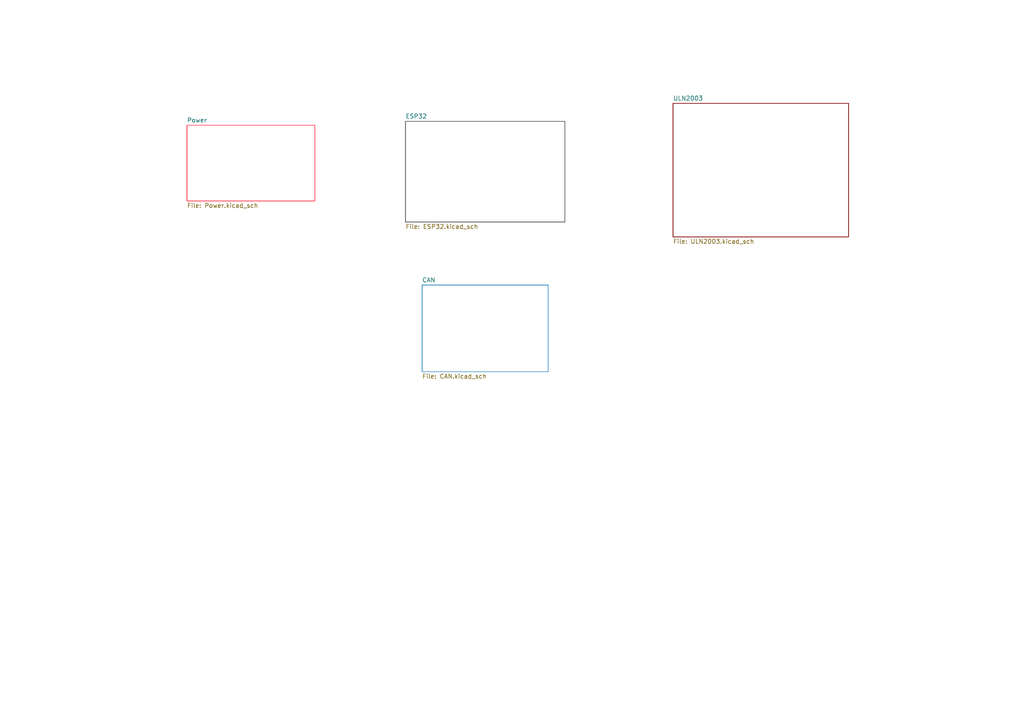
<source format=kicad_sch>
(kicad_sch (version 20230121) (generator eeschema)
  (paper "A4")
  (lib_symbols)
  (sheet (at 195.199 29.972) (size 50.927 38.735) (stroke (width 0.1524))
    (property "Sheetname" "ULN2003" (at 195.199 29.2604 0) (effects (justify left bottom)))
    (property "Sheetfile" "ULN2003.kicad_sch" (at 195.199 69.2916 0) (effects (justify left top)))
  )
  (sheet (at 54.229 36.322) (size 37.084 21.971) (stroke (width 0.1524) (color 255 46 70 1))
    (property "Sheetname" "Power" (at 54.229 35.6104 0) (effects (justify left bottom)))
    (property "Sheetfile" "Power.kicad_sch" (at 54.229 58.8776 0) (effects (justify left top)))
  )
  (sheet (at 117.602 35.179) (size 46.228 29.21) (stroke (width 0.1524) (color 83 83 83 1))
    (property "Sheetname" "ESP32" (at 117.602 34.4674 0) (effects (justify left bottom)))
    (property "Sheetfile" "ESP32.kicad_sch" (at 117.602 64.9736 0) (effects (justify left top)))
  )
  (sheet (at 122.428 82.677) (size 36.576 25.146) (stroke (width 0.1524) (color 30 127 190 1))
    (property "Sheetname" "CAN" (at 122.428 81.9654 0) (effects (justify left bottom)))
    (property "Sheetfile" "CAN.kicad_sch" (at 122.428 108.4076 0) (effects (justify left top)))
  )
)
</source>
